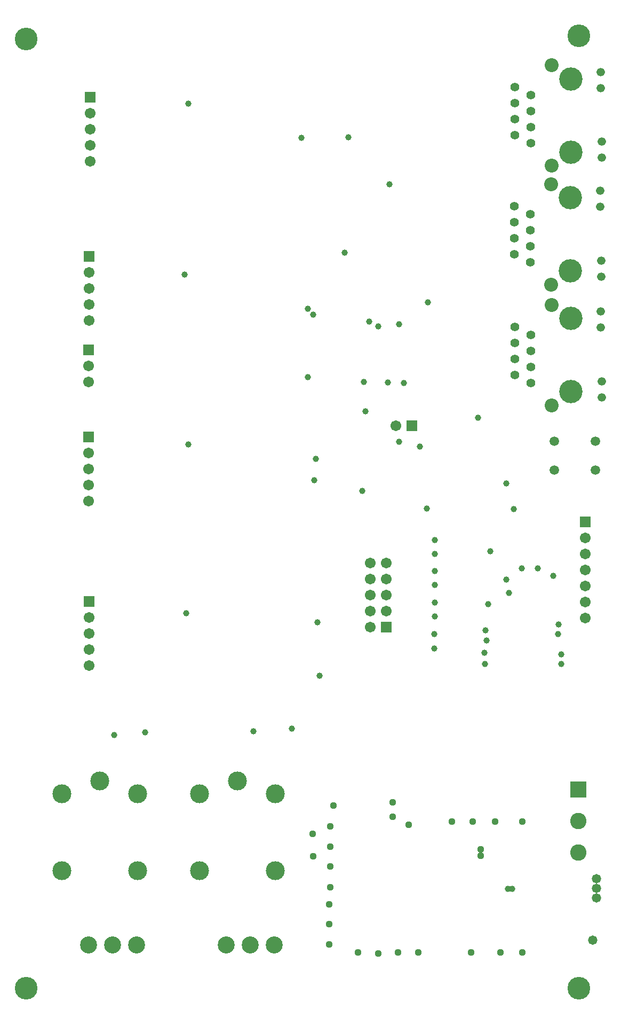
<source format=gbs>
G04 Layer_Color=16711935*
%FSLAX25Y25*%
%MOIN*%
G70*
G01*
G75*
%ADD74C,0.11824*%
%ADD75C,0.10236*%
%ADD76R,0.10236X0.10236*%
%ADD78C,0.10642*%
%ADD79C,0.05918*%
%ADD80C,0.06706*%
%ADD81R,0.06706X0.06706*%
%ADD82C,0.14173*%
%ADD83R,0.06706X0.06706*%
%ADD84C,0.08674*%
%ADD85C,0.14579*%
%ADD86C,0.05524*%
%ADD87C,0.05236*%
%ADD88C,0.03950*%
%ADD89C,0.05800*%
%ADD90C,0.04400*%
D74*
X7045708Y4136500D02*
D03*
X7022086Y4144374D02*
D03*
X6998465Y4136500D02*
D03*
Y4088469D02*
D03*
X7045708D02*
D03*
X7131709Y4136500D02*
D03*
X7108086Y4144374D02*
D03*
X7084464Y4136500D02*
D03*
Y4088469D02*
D03*
X7131709D02*
D03*
D75*
X7320965Y4099815D02*
D03*
Y4119500D02*
D03*
D76*
Y4139185D02*
D03*
D78*
X7015100Y4042036D02*
D03*
X7030061D02*
D03*
X7045021D02*
D03*
X7101100D02*
D03*
X7116061D02*
D03*
X7131021D02*
D03*
D79*
X7331555Y4338500D02*
D03*
Y4356216D02*
D03*
X7305965Y4338500D02*
D03*
Y4356216D02*
D03*
D80*
X7206965Y4366000D02*
D03*
X7015465Y4216500D02*
D03*
Y4226500D02*
D03*
Y4236500D02*
D03*
Y4246500D02*
D03*
X7014964Y4319000D02*
D03*
Y4329000D02*
D03*
Y4339000D02*
D03*
Y4349000D02*
D03*
Y4403500D02*
D03*
Y4393500D02*
D03*
X7015465Y4461575D02*
D03*
Y4451575D02*
D03*
Y4441575D02*
D03*
Y4431575D02*
D03*
X7015965Y4561000D02*
D03*
Y4551000D02*
D03*
Y4541000D02*
D03*
Y4531000D02*
D03*
X7190965Y4240500D02*
D03*
X7200964Y4250500D02*
D03*
X7190965D02*
D03*
X7200964Y4260500D02*
D03*
X7190965D02*
D03*
X7200964Y4270500D02*
D03*
X7190965D02*
D03*
X7200964Y4280500D02*
D03*
X7190965D02*
D03*
X7325465Y4246000D02*
D03*
Y4256000D02*
D03*
Y4266000D02*
D03*
Y4276000D02*
D03*
Y4296000D02*
D03*
Y4286000D02*
D03*
D81*
X7216965Y4366000D02*
D03*
D82*
X7321275Y4609322D02*
D03*
X6975964Y4607500D02*
D03*
Y4015000D02*
D03*
X7321275D02*
D03*
D83*
X7015465Y4256500D02*
D03*
X7014964Y4359000D02*
D03*
Y4413500D02*
D03*
X7015465Y4471575D02*
D03*
X7015965Y4571000D02*
D03*
X7200964Y4240500D02*
D03*
X7325465Y4306000D02*
D03*
D84*
X7304410Y4378760D02*
D03*
Y4441437D02*
D03*
X7304055Y4516749D02*
D03*
Y4454072D02*
D03*
X7304410Y4528341D02*
D03*
Y4591018D02*
D03*
D85*
X7316417Y4432933D02*
D03*
Y4387264D02*
D03*
X7316063Y4462576D02*
D03*
Y4508245D02*
D03*
X7316417Y4582514D02*
D03*
Y4536845D02*
D03*
D86*
X7281417Y4427618D02*
D03*
X7291417Y4422618D02*
D03*
X7281417Y4417618D02*
D03*
X7291417Y4412618D02*
D03*
X7281417Y4407618D02*
D03*
X7291417Y4402618D02*
D03*
X7281417Y4397618D02*
D03*
X7291417Y4392618D02*
D03*
X7291063Y4467930D02*
D03*
X7281063Y4472930D02*
D03*
X7291063Y4477930D02*
D03*
X7281063Y4482930D02*
D03*
X7291063Y4487930D02*
D03*
X7281063Y4492930D02*
D03*
X7291063Y4497930D02*
D03*
X7281063Y4502930D02*
D03*
X7281417Y4577199D02*
D03*
X7291417Y4572199D02*
D03*
X7281417Y4567199D02*
D03*
X7291417Y4562199D02*
D03*
X7281417Y4557199D02*
D03*
X7291417Y4552199D02*
D03*
X7281417Y4547199D02*
D03*
X7291417Y4542199D02*
D03*
D87*
X7335709Y4383661D02*
D03*
Y4393661D02*
D03*
X7335000Y4427264D02*
D03*
Y4437264D02*
D03*
X7334646Y4512576D02*
D03*
Y4502576D02*
D03*
X7335355Y4468974D02*
D03*
Y4458973D02*
D03*
X7335709Y4533242D02*
D03*
Y4543242D02*
D03*
X7335000Y4576844D02*
D03*
Y4586845D02*
D03*
D88*
X7212008Y4392559D02*
D03*
X7308261Y4235980D02*
D03*
X7310236Y4223268D02*
D03*
Y4217205D02*
D03*
X7262362Y4224370D02*
D03*
X7308583Y4242126D02*
D03*
X7264567Y4254685D02*
D03*
X7263504Y4231929D02*
D03*
X7262992Y4238268D02*
D03*
X7190433Y4431102D02*
D03*
X7151850Y4438976D02*
D03*
X7030810Y4173110D02*
D03*
X7117809Y4175380D02*
D03*
X7050275Y4174803D02*
D03*
X7141843Y4177000D02*
D03*
X7279614Y4077000D02*
D03*
X7277115D02*
D03*
X7231464Y4275500D02*
D03*
X7231314Y4266740D02*
D03*
X7231464Y4294689D02*
D03*
Y4286138D02*
D03*
Y4255588D02*
D03*
X7231265Y4247037D02*
D03*
X7230965Y4236000D02*
D03*
X7177464Y4546000D02*
D03*
X7202965Y4516788D02*
D03*
X7174965Y4474000D02*
D03*
X7077464Y4567000D02*
D03*
X7074965Y4460500D02*
D03*
X7077464Y4354500D02*
D03*
X7075964Y4249000D02*
D03*
X7186964Y4393500D02*
D03*
X7201965Y4393000D02*
D03*
X7195965Y4428000D02*
D03*
X7208965Y4429500D02*
D03*
X7277502Y4261537D02*
D03*
X7265928Y4287537D02*
D03*
X7285553Y4276912D02*
D03*
X7295553Y4277089D02*
D03*
X7280553Y4313911D02*
D03*
X7226465Y4314500D02*
D03*
X7185965Y4325500D02*
D03*
X7275964Y4270000D02*
D03*
X7305465Y4272500D02*
D03*
X7262770Y4217305D02*
D03*
X7275964Y4330000D02*
D03*
X7187965Y4375000D02*
D03*
X7226965Y4443000D02*
D03*
X7230965Y4227037D02*
D03*
X7151965Y4396500D02*
D03*
X7155965Y4332000D02*
D03*
X7156965Y4345500D02*
D03*
X7208965Y4356000D02*
D03*
X7221964Y4353000D02*
D03*
X7157964Y4243500D02*
D03*
X7159464Y4210005D02*
D03*
X7258438Y4371000D02*
D03*
X7155394Y4435433D02*
D03*
X7147913Y4545551D02*
D03*
D89*
X7329964Y4045000D02*
D03*
X7332465Y4083500D02*
D03*
Y4077500D02*
D03*
Y4071500D02*
D03*
D90*
X7165965Y4078000D02*
D03*
Y4091000D02*
D03*
Y4103500D02*
D03*
X7204964Y4131000D02*
D03*
Y4122000D02*
D03*
X7214964Y4117000D02*
D03*
X7165465Y4067500D02*
D03*
Y4055000D02*
D03*
Y4042500D02*
D03*
X7183307Y4037283D02*
D03*
X7195866Y4036732D02*
D03*
X7208465Y4037283D02*
D03*
X7220965D02*
D03*
X7285965D02*
D03*
X7253964D02*
D03*
X7272465D02*
D03*
X7155465Y4097500D02*
D03*
X7241965Y4119000D02*
D03*
X7254964D02*
D03*
X7268964D02*
D03*
X7285965D02*
D03*
X7155064Y4111400D02*
D03*
X7259865Y4097600D02*
D03*
Y4101600D02*
D03*
X7165965Y4116000D02*
D03*
X7167965Y4129000D02*
D03*
M02*

</source>
